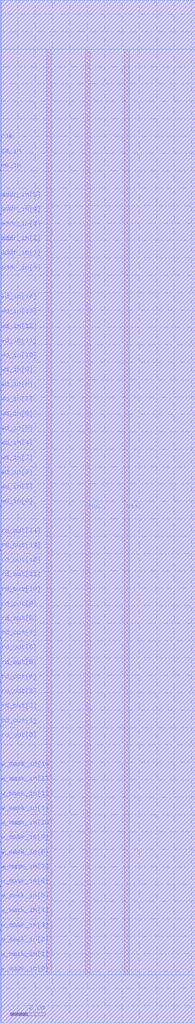
<source format=lef>
VERSION 5.7 ;
BUSBITCHARS "[]" ;
MACRO fakeram45_64x15_bottom
  FOREIGN fakeram45_64x15_bottom 0 0 ;
  SYMMETRY X Y R90 ;
  SIZE 11.210 BY 58.800 ;
  CLASS BLOCK ;
  PIN w_mask_in[0]
    DIRECTION INPUT ;
    USE SIGNAL ;
    SHAPE ABUTMENT ;
    PORT
      LAYER M3 ;
      RECT 0.000 2.800 0.070 2.870 ;
    END
  END w_mask_in[0]
  PIN w_mask_in[1]
    DIRECTION INPUT ;
    USE SIGNAL ;
    SHAPE ABUTMENT ;
    PORT
      LAYER M3 ;
      RECT 0.000 3.640 0.070 3.710 ;
    END
  END w_mask_in[1]
  PIN w_mask_in[2]
    DIRECTION INPUT ;
    USE SIGNAL ;
    SHAPE ABUTMENT ;
    PORT
      LAYER M3 ;
      RECT 0.000 4.480 0.070 4.550 ;
    END
  END w_mask_in[2]
  PIN w_mask_in[3]
    DIRECTION INPUT ;
    USE SIGNAL ;
    SHAPE ABUTMENT ;
    PORT
      LAYER M3 ;
      RECT 0.000 5.320 0.070 5.390 ;
    END
  END w_mask_in[3]
  PIN w_mask_in[4]
    DIRECTION INPUT ;
    USE SIGNAL ;
    SHAPE ABUTMENT ;
    PORT
      LAYER M3 ;
      RECT 0.000 6.160 0.070 6.230 ;
    END
  END w_mask_in[4]
  PIN w_mask_in[5]
    DIRECTION INPUT ;
    USE SIGNAL ;
    SHAPE ABUTMENT ;
    PORT
      LAYER M3 ;
      RECT 0.000 7.000 0.070 7.070 ;
    END
  END w_mask_in[5]
  PIN w_mask_in[6]
    DIRECTION INPUT ;
    USE SIGNAL ;
    SHAPE ABUTMENT ;
    PORT
      LAYER M3 ;
      RECT 0.000 7.840 0.070 7.910 ;
    END
  END w_mask_in[6]
  PIN w_mask_in[7]
    DIRECTION INPUT ;
    USE SIGNAL ;
    SHAPE ABUTMENT ;
    PORT
      LAYER M3 ;
      RECT 0.000 8.680 0.070 8.750 ;
    END
  END w_mask_in[7]
  PIN w_mask_in[8]
    DIRECTION INPUT ;
    USE SIGNAL ;
    SHAPE ABUTMENT ;
    PORT
      LAYER M3 ;
      RECT 0.000 9.520 0.070 9.590 ;
    END
  END w_mask_in[8]
  PIN w_mask_in[9]
    DIRECTION INPUT ;
    USE SIGNAL ;
    SHAPE ABUTMENT ;
    PORT
      LAYER M3 ;
      RECT 0.000 10.360 0.070 10.430 ;
    END
  END w_mask_in[9]
  PIN w_mask_in[10]
    DIRECTION INPUT ;
    USE SIGNAL ;
    SHAPE ABUTMENT ;
    PORT
      LAYER M3 ;
      RECT 0.000 11.200 0.070 11.270 ;
    END
  END w_mask_in[10]
  PIN w_mask_in[11]
    DIRECTION INPUT ;
    USE SIGNAL ;
    SHAPE ABUTMENT ;
    PORT
      LAYER M3 ;
      RECT 0.000 12.040 0.070 12.110 ;
    END
  END w_mask_in[11]
  PIN w_mask_in[12]
    DIRECTION INPUT ;
    USE SIGNAL ;
    SHAPE ABUTMENT ;
    PORT
      LAYER M3 ;
      RECT 0.000 12.880 0.070 12.950 ;
    END
  END w_mask_in[12]
  PIN w_mask_in[13]
    DIRECTION INPUT ;
    USE SIGNAL ;
    SHAPE ABUTMENT ;
    PORT
      LAYER M3 ;
      RECT 0.000 13.720 0.070 13.790 ;
    END
  END w_mask_in[13]
  PIN w_mask_in[14]
    DIRECTION INPUT ;
    USE SIGNAL ;
    SHAPE ABUTMENT ;
    PORT
      LAYER M3 ;
      RECT 0.000 14.560 0.070 14.630 ;
    END
  END w_mask_in[14]
  PIN rd_out[0]
    DIRECTION OUTPUT ;
    USE SIGNAL ;
    SHAPE ABUTMENT ;
    PORT
      LAYER M3 ;
      RECT 0.000 16.240 0.070 16.310 ;
    END
  END rd_out[0]
  PIN rd_out[1]
    DIRECTION OUTPUT ;
    USE SIGNAL ;
    SHAPE ABUTMENT ;
    PORT
      LAYER M3 ;
      RECT 0.000 17.080 0.070 17.150 ;
    END
  END rd_out[1]
  PIN rd_out[2]
    DIRECTION OUTPUT ;
    USE SIGNAL ;
    SHAPE ABUTMENT ;
    PORT
      LAYER M3 ;
      RECT 0.000 17.920 0.070 17.990 ;
    END
  END rd_out[2]
  PIN rd_out[3]
    DIRECTION OUTPUT ;
    USE SIGNAL ;
    SHAPE ABUTMENT ;
    PORT
      LAYER M3 ;
      RECT 0.000 18.760 0.070 18.830 ;
    END
  END rd_out[3]
  PIN rd_out[4]
    DIRECTION OUTPUT ;
    USE SIGNAL ;
    SHAPE ABUTMENT ;
    PORT
      LAYER M3 ;
      RECT 0.000 19.600 0.070 19.670 ;
    END
  END rd_out[4]
  PIN rd_out[5]
    DIRECTION OUTPUT ;
    USE SIGNAL ;
    SHAPE ABUTMENT ;
    PORT
      LAYER M3 ;
      RECT 0.000 20.440 0.070 20.510 ;
    END
  END rd_out[5]
  PIN rd_out[6]
    DIRECTION OUTPUT ;
    USE SIGNAL ;
    SHAPE ABUTMENT ;
    PORT
      LAYER M3 ;
      RECT 0.000 21.280 0.070 21.350 ;
    END
  END rd_out[6]
  PIN rd_out[7]
    DIRECTION OUTPUT ;
    USE SIGNAL ;
    SHAPE ABUTMENT ;
    PORT
      LAYER M3 ;
      RECT 0.000 22.120 0.070 22.190 ;
    END
  END rd_out[7]
  PIN rd_out[8]
    DIRECTION OUTPUT ;
    USE SIGNAL ;
    SHAPE ABUTMENT ;
    PORT
      LAYER M3 ;
      RECT 0.000 22.960 0.070 23.030 ;
    END
  END rd_out[8]
  PIN rd_out[9]
    DIRECTION OUTPUT ;
    USE SIGNAL ;
    SHAPE ABUTMENT ;
    PORT
      LAYER M3 ;
      RECT 0.000 23.800 0.070 23.870 ;
    END
  END rd_out[9]
  PIN rd_out[10]
    DIRECTION OUTPUT ;
    USE SIGNAL ;
    SHAPE ABUTMENT ;
    PORT
      LAYER M3 ;
      RECT 0.000 24.640 0.070 24.710 ;
    END
  END rd_out[10]
  PIN rd_out[11]
    DIRECTION OUTPUT ;
    USE SIGNAL ;
    SHAPE ABUTMENT ;
    PORT
      LAYER M3 ;
      RECT 0.000 25.480 0.070 25.550 ;
    END
  END rd_out[11]
  PIN rd_out[12]
    DIRECTION OUTPUT ;
    USE SIGNAL ;
    SHAPE ABUTMENT ;
    PORT
      LAYER M3 ;
      RECT 0.000 26.320 0.070 26.390 ;
    END
  END rd_out[12]
  PIN rd_out[13]
    DIRECTION OUTPUT ;
    USE SIGNAL ;
    SHAPE ABUTMENT ;
    PORT
      LAYER M3 ;
      RECT 0.000 27.160 0.070 27.230 ;
    END
  END rd_out[13]
  PIN rd_out[14]
    DIRECTION OUTPUT ;
    USE SIGNAL ;
    SHAPE ABUTMENT ;
    PORT
      LAYER M3 ;
      RECT 0.000 28.000 0.070 28.070 ;
    END
  END rd_out[14]
  PIN wd_in[0]
    DIRECTION INPUT ;
    USE SIGNAL ;
    SHAPE ABUTMENT ;
    PORT
      LAYER M3 ;
      RECT 0.000 29.680 0.070 29.750 ;
    END
  END wd_in[0]
  PIN wd_in[1]
    DIRECTION INPUT ;
    USE SIGNAL ;
    SHAPE ABUTMENT ;
    PORT
      LAYER M3 ;
      RECT 0.000 30.520 0.070 30.590 ;
    END
  END wd_in[1]
  PIN wd_in[2]
    DIRECTION INPUT ;
    USE SIGNAL ;
    SHAPE ABUTMENT ;
    PORT
      LAYER M3 ;
      RECT 0.000 31.360 0.070 31.430 ;
    END
  END wd_in[2]
  PIN wd_in[3]
    DIRECTION INPUT ;
    USE SIGNAL ;
    SHAPE ABUTMENT ;
    PORT
      LAYER M3 ;
      RECT 0.000 32.200 0.070 32.270 ;
    END
  END wd_in[3]
  PIN wd_in[4]
    DIRECTION INPUT ;
    USE SIGNAL ;
    SHAPE ABUTMENT ;
    PORT
      LAYER M3 ;
      RECT 0.000 33.040 0.070 33.110 ;
    END
  END wd_in[4]
  PIN wd_in[5]
    DIRECTION INPUT ;
    USE SIGNAL ;
    SHAPE ABUTMENT ;
    PORT
      LAYER M3 ;
      RECT 0.000 33.880 0.070 33.950 ;
    END
  END wd_in[5]
  PIN wd_in[6]
    DIRECTION INPUT ;
    USE SIGNAL ;
    SHAPE ABUTMENT ;
    PORT
      LAYER M3 ;
      RECT 0.000 34.720 0.070 34.790 ;
    END
  END wd_in[6]
  PIN wd_in[7]
    DIRECTION INPUT ;
    USE SIGNAL ;
    SHAPE ABUTMENT ;
    PORT
      LAYER M3 ;
      RECT 0.000 35.560 0.070 35.630 ;
    END
  END wd_in[7]
  PIN wd_in[8]
    DIRECTION INPUT ;
    USE SIGNAL ;
    SHAPE ABUTMENT ;
    PORT
      LAYER M3 ;
      RECT 0.000 36.400 0.070 36.470 ;
    END
  END wd_in[8]
  PIN wd_in[9]
    DIRECTION INPUT ;
    USE SIGNAL ;
    SHAPE ABUTMENT ;
    PORT
      LAYER M3 ;
      RECT 0.000 37.240 0.070 37.310 ;
    END
  END wd_in[9]
  PIN wd_in[10]
    DIRECTION INPUT ;
    USE SIGNAL ;
    SHAPE ABUTMENT ;
    PORT
      LAYER M3 ;
      RECT 0.000 38.080 0.070 38.150 ;
    END
  END wd_in[10]
  PIN wd_in[11]
    DIRECTION INPUT ;
    USE SIGNAL ;
    SHAPE ABUTMENT ;
    PORT
      LAYER M3 ;
      RECT 0.000 38.920 0.070 38.990 ;
    END
  END wd_in[11]
  PIN wd_in[12]
    DIRECTION INPUT ;
    USE SIGNAL ;
    SHAPE ABUTMENT ;
    PORT
      LAYER M3 ;
      RECT 0.000 39.760 0.070 39.830 ;
    END
  END wd_in[12]
  PIN wd_in[13]
    DIRECTION INPUT ;
    USE SIGNAL ;
    SHAPE ABUTMENT ;
    PORT
      LAYER M3 ;
      RECT 0.000 40.600 0.070 40.670 ;
    END
  END wd_in[13]
  PIN wd_in[14]
    DIRECTION INPUT ;
    USE SIGNAL ;
    SHAPE ABUTMENT ;
    PORT
      LAYER M3 ;
      RECT 0.000 41.440 0.070 41.510 ;
    END
  END wd_in[14]
  PIN addr_in[0]
    DIRECTION INPUT ;
    USE SIGNAL ;
    SHAPE ABUTMENT ;
    PORT
      LAYER M3 ;
      RECT 0.000 43.120 0.070 43.190 ;
    END
  END addr_in[0]
  PIN addr_in[1]
    DIRECTION INPUT ;
    USE SIGNAL ;
    SHAPE ABUTMENT ;
    PORT
      LAYER M3 ;
      RECT 0.000 43.960 0.070 44.030 ;
    END
  END addr_in[1]
  PIN addr_in[2]
    DIRECTION INPUT ;
    USE SIGNAL ;
    SHAPE ABUTMENT ;
    PORT
      LAYER M3 ;
      RECT 0.000 44.800 0.070 44.870 ;
    END
  END addr_in[2]
  PIN addr_in[3]
    DIRECTION INPUT ;
    USE SIGNAL ;
    SHAPE ABUTMENT ;
    PORT
      LAYER M3 ;
      RECT 0.000 45.640 0.070 45.710 ;
    END
  END addr_in[3]
  PIN addr_in[4]
    DIRECTION INPUT ;
    USE SIGNAL ;
    SHAPE ABUTMENT ;
    PORT
      LAYER M3 ;
      RECT 0.000 46.480 0.070 46.550 ;
    END
  END addr_in[4]
  PIN addr_in[5]
    DIRECTION INPUT ;
    USE SIGNAL ;
    SHAPE ABUTMENT ;
    PORT
      LAYER M3 ;
      RECT 0.000 47.320 0.070 47.390 ;
    END
  END addr_in[5]
  PIN we_in
    DIRECTION INPUT ;
    USE SIGNAL ;
    SHAPE ABUTMENT ;
    PORT
      LAYER M3 ;
      RECT 0.000 49.000 0.070 49.070 ;
    END
  END we_in
  PIN ce_in
    DIRECTION INPUT ;
    USE SIGNAL ;
    SHAPE ABUTMENT ;
    PORT
      LAYER M3 ;
      RECT 0.000 49.840 0.070 49.910 ;
    END
  END ce_in
  PIN clk
    DIRECTION INPUT ;
    USE SIGNAL ;
    SHAPE ABUTMENT ;
    PORT
      LAYER M3 ;
      RECT 0.000 50.680 0.070 50.750 ;
    END
  END clk
  PIN VSS
    DIRECTION INOUT ;
    USE GROUND ;
    PORT
      LAYER M4 ;
      RECT 2.660 2.800 2.940 56.000 ;
      RECT 7.140 2.800 7.420 56.000 ;
    END
  END VSS
  PIN VDD
    DIRECTION INOUT ;
    USE POWER ;
    PORT
      LAYER M4 ;
      RECT 4.900 2.800 5.180 56.000 ;
    END
  END VDD
  OBS
    LAYER M1 ;
    RECT 0 0 11.210 58.800 ;
    LAYER M2 ;
    RECT 0 0 11.210 58.800 ;
    LAYER M3 ;
    RECT 0.070 0 11.210 58.800 ;
    RECT 0 0.000 0.070 2.800 ;
    RECT 0 2.870 0.070 3.640 ;
    RECT 0 3.710 0.070 4.480 ;
    RECT 0 4.550 0.070 5.320 ;
    RECT 0 5.390 0.070 6.160 ;
    RECT 0 6.230 0.070 7.000 ;
    RECT 0 7.070 0.070 7.840 ;
    RECT 0 7.910 0.070 8.680 ;
    RECT 0 8.750 0.070 9.520 ;
    RECT 0 9.590 0.070 10.360 ;
    RECT 0 10.430 0.070 11.200 ;
    RECT 0 11.270 0.070 12.040 ;
    RECT 0 12.110 0.070 12.880 ;
    RECT 0 12.950 0.070 13.720 ;
    RECT 0 13.790 0.070 14.560 ;
    RECT 0 14.630 0.070 16.240 ;
    RECT 0 16.310 0.070 17.080 ;
    RECT 0 17.150 0.070 17.920 ;
    RECT 0 17.990 0.070 18.760 ;
    RECT 0 18.830 0.070 19.600 ;
    RECT 0 19.670 0.070 20.440 ;
    RECT 0 20.510 0.070 21.280 ;
    RECT 0 21.350 0.070 22.120 ;
    RECT 0 22.190 0.070 22.960 ;
    RECT 0 23.030 0.070 23.800 ;
    RECT 0 23.870 0.070 24.640 ;
    RECT 0 24.710 0.070 25.480 ;
    RECT 0 25.550 0.070 26.320 ;
    RECT 0 26.390 0.070 27.160 ;
    RECT 0 27.230 0.070 28.000 ;
    RECT 0 28.070 0.070 29.680 ;
    RECT 0 29.750 0.070 30.520 ;
    RECT 0 30.590 0.070 31.360 ;
    RECT 0 31.430 0.070 32.200 ;
    RECT 0 32.270 0.070 33.040 ;
    RECT 0 33.110 0.070 33.880 ;
    RECT 0 33.950 0.070 34.720 ;
    RECT 0 34.790 0.070 35.560 ;
    RECT 0 35.630 0.070 36.400 ;
    RECT 0 36.470 0.070 37.240 ;
    RECT 0 37.310 0.070 38.080 ;
    RECT 0 38.150 0.070 38.920 ;
    RECT 0 38.990 0.070 39.760 ;
    RECT 0 39.830 0.070 40.600 ;
    RECT 0 40.670 0.070 41.440 ;
    RECT 0 41.510 0.070 43.120 ;
    RECT 0 43.190 0.070 43.960 ;
    RECT 0 44.030 0.070 44.800 ;
    RECT 0 44.870 0.070 45.640 ;
    RECT 0 45.710 0.070 46.480 ;
    RECT 0 46.550 0.070 47.320 ;
    RECT 0 47.390 0.070 49.000 ;
    RECT 0 49.070 0.070 49.840 ;
    RECT 0 49.910 0.070 50.680 ;
    RECT 0 50.750 0.070 58.800 ;
    LAYER M4 ;
    RECT 0 0 11.210 2.800 ;
    RECT 0 56.000 11.210 58.800 ;
    RECT 0.000 2.800 2.660 56.000 ;
    RECT 2.940 2.800 4.900 56.000 ;
    RECT 5.180 2.800 7.140 56.000 ;
    RECT 7.420 2.800 11.210 56.000 ;
  END
END fakeram45_64x15_bottom

END LIBRARY

</source>
